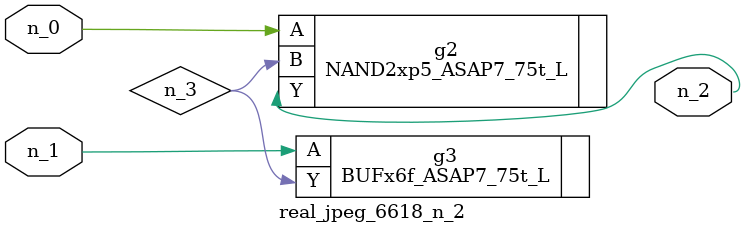
<source format=v>
module real_jpeg_6618_n_2 (n_1, n_0, n_2);

input n_1;
input n_0;

output n_2;

wire n_3;

NAND2xp5_ASAP7_75t_L g2 ( 
.A(n_0),
.B(n_3),
.Y(n_2)
);

BUFx6f_ASAP7_75t_L g3 ( 
.A(n_1),
.Y(n_3)
);


endmodule
</source>
